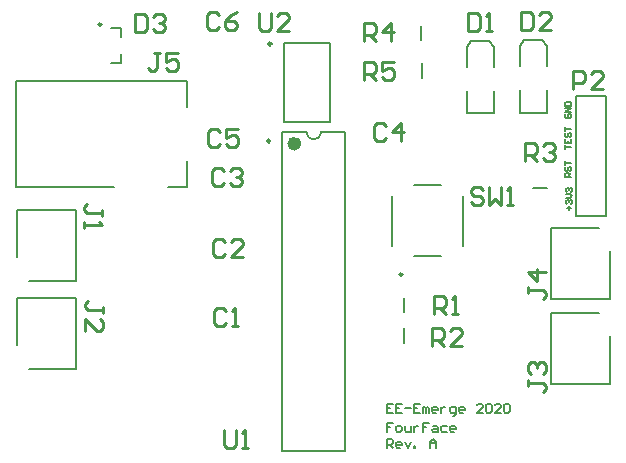
<source format=gto>
G04*
G04 #@! TF.GenerationSoftware,Altium Limited,Altium Designer,19.1.7 (138)*
G04*
G04 Layer_Color=65535*
%FSLAX25Y25*%
%MOIN*%
G70*
G01*
G75*
%ADD10C,0.02362*%
%ADD11C,0.00984*%
%ADD12C,0.00787*%
%ADD13C,0.00700*%
%ADD14C,0.00500*%
%ADD15C,0.01000*%
D10*
X94801Y105008D02*
G03*
X94801Y105008I-1181J0D01*
G01*
D11*
X85608Y105913D02*
G03*
X85608Y105913I-492J0D01*
G01*
X29292Y144787D02*
G03*
X29292Y144787I-492J0D01*
G01*
X129663Y61387D02*
G03*
X129663Y61387I-492J0D01*
G01*
X86018Y138292D02*
G03*
X86018Y138292I-492J0D01*
G01*
D12*
X97616Y108945D02*
G03*
X102616Y108945I2500J0D01*
G01*
X89683Y2646D02*
X110549D01*
X102616Y108945D02*
X110549D01*
X89683D02*
X97616D01*
X110549Y2646D02*
Y108945D01*
X89683Y2646D02*
Y108945D01*
X32442Y143605D02*
X35985D01*
Y140456D02*
Y143605D01*
X32442Y131795D02*
X35985D01*
Y134944D01*
X51673Y90537D02*
X57972D01*
X886D02*
X33563D01*
X57972D02*
Y99198D01*
Y117309D02*
Y125970D01*
X886Y90537D02*
Y125970D01*
X57972D01*
X198966Y53326D02*
Y69074D01*
X179281Y53326D02*
X198966D01*
X179281D02*
Y76948D01*
X195029D01*
X198966Y25026D02*
Y40774D01*
X179281Y25026D02*
X198966D01*
X179281D02*
Y48648D01*
X195029D01*
X1192Y37826D02*
Y53574D01*
X20877D01*
Y29952D02*
Y53574D01*
X5129Y29952D02*
X20877D01*
X1092Y67095D02*
Y82843D01*
X20777D01*
Y59221D02*
Y82843D01*
X5029Y59221D02*
X20777D01*
X149820Y71017D02*
Y87568D01*
X126238Y71017D02*
Y87568D01*
X133584Y91091D02*
X142360D01*
X133584Y67509D02*
X142474D01*
X187629Y120900D02*
X197629D01*
Y80900D02*
Y120900D01*
X187629Y80900D02*
Y120900D01*
Y80900D02*
X197629D01*
X173067Y90400D02*
X177791D01*
X130229Y38733D02*
Y43457D01*
X130186Y48833D02*
Y53557D01*
X135729Y139538D02*
Y144262D01*
X136329Y127038D02*
Y131762D01*
X90152Y112111D02*
X105506D01*
X90152Y138489D02*
X105506D01*
Y112111D02*
Y138489D01*
X90152Y112111D02*
Y138489D01*
X177757Y115393D02*
Y122873D01*
X168702Y115393D02*
Y122873D01*
Y115393D02*
X177757D01*
X170276Y139409D02*
X176182D01*
X177757Y130747D02*
Y137440D01*
X168702D02*
X170276Y139409D01*
X176182D02*
X177757Y137440D01*
X168702Y130747D02*
Y137440D01*
X160157Y115193D02*
Y122673D01*
X151102Y115193D02*
Y122673D01*
Y115193D02*
X160157D01*
X152676Y139209D02*
X158582D01*
X160157Y130547D02*
Y137240D01*
X151102D02*
X152676Y139209D01*
X158582D02*
X160157Y137240D01*
X151102Y130547D02*
Y137240D01*
D13*
X126428Y18256D02*
X124429D01*
Y15257D01*
X126428D01*
X124429Y16757D02*
X125429D01*
X129428Y18256D02*
X127428D01*
Y15257D01*
X129428D01*
X127428Y16757D02*
X128428D01*
X130427D02*
X132427D01*
X135426Y18256D02*
X133426D01*
Y15257D01*
X135426D01*
X133426Y16757D02*
X134426D01*
X136425Y15257D02*
Y17257D01*
X136925D01*
X137425Y16757D01*
Y15257D01*
Y16757D01*
X137925Y17257D01*
X138425Y16757D01*
Y15257D01*
X140924D02*
X139924D01*
X139424Y15757D01*
Y16757D01*
X139924Y17257D01*
X140924D01*
X141424Y16757D01*
Y16257D01*
X139424D01*
X142423Y17257D02*
Y15257D01*
Y16257D01*
X142923Y16757D01*
X143423Y17257D01*
X143923D01*
X146422Y14258D02*
X146922D01*
X147422Y14758D01*
Y17257D01*
X145922D01*
X145422Y16757D01*
Y15757D01*
X145922Y15257D01*
X147422D01*
X149921D02*
X148921D01*
X148421Y15757D01*
Y16757D01*
X148921Y17257D01*
X149921D01*
X150421Y16757D01*
Y16257D01*
X148421D01*
X156419Y15257D02*
X154419D01*
X156419Y17257D01*
Y17757D01*
X155919Y18256D01*
X154919D01*
X154419Y17757D01*
X157419D02*
X157918Y18256D01*
X158918D01*
X159418Y17757D01*
Y15757D01*
X158918Y15257D01*
X157918D01*
X157419Y15757D01*
Y17757D01*
X162417Y15257D02*
X160417D01*
X162417Y17257D01*
Y17757D01*
X161917Y18256D01*
X160917D01*
X160417Y17757D01*
X163417D02*
X163916Y18256D01*
X164916D01*
X165416Y17757D01*
Y15757D01*
X164916Y15257D01*
X163916D01*
X163417Y15757D01*
Y17757D01*
X126428Y11978D02*
X124429D01*
Y10478D01*
X125429D01*
X124429D01*
Y8979D01*
X127928D02*
X128928D01*
X129428Y9479D01*
Y10478D01*
X128928Y10978D01*
X127928D01*
X127428Y10478D01*
Y9479D01*
X127928Y8979D01*
X130427Y10978D02*
Y9479D01*
X130927Y8979D01*
X132427D01*
Y10978D01*
X133426D02*
Y8979D01*
Y9979D01*
X133926Y10478D01*
X134426Y10978D01*
X134926D01*
X138425Y11978D02*
X136425D01*
Y10478D01*
X137425D01*
X136425D01*
Y8979D01*
X139924Y10978D02*
X140924D01*
X141424Y10478D01*
Y8979D01*
X139924D01*
X139424Y9479D01*
X139924Y9979D01*
X141424D01*
X144423Y10978D02*
X142923D01*
X142423Y10478D01*
Y9479D01*
X142923Y8979D01*
X144423D01*
X146922D02*
X145922D01*
X145422Y9479D01*
Y10478D01*
X145922Y10978D01*
X146922D01*
X147422Y10478D01*
Y9979D01*
X145422D01*
X124429Y3700D02*
Y6699D01*
X125929D01*
X126428Y6199D01*
Y5200D01*
X125929Y4700D01*
X124429D01*
X125429D02*
X126428Y3700D01*
X128928D02*
X127928D01*
X127428Y4200D01*
Y5200D01*
X127928Y5699D01*
X128928D01*
X129428Y5200D01*
Y4700D01*
X127428D01*
X130427Y5699D02*
X131427Y3700D01*
X132427Y5699D01*
X133426Y3700D02*
Y4200D01*
X133926D01*
Y3700D01*
X133426D01*
X138924D02*
Y5699D01*
X139924Y6699D01*
X140924Y5699D01*
Y3700D01*
Y5200D01*
X138924D01*
D14*
X184034Y115033D02*
X183701Y114700D01*
Y114033D01*
X184034Y113700D01*
X185367D01*
X185700Y114033D01*
Y114700D01*
X185367Y115033D01*
X184700D01*
Y114366D01*
X185700Y115699D02*
X183701D01*
X185700Y117032D01*
X183701D01*
Y117699D02*
X185700D01*
Y118698D01*
X185367Y119032D01*
X184034D01*
X183701Y118698D01*
Y117699D01*
Y103300D02*
Y104633D01*
Y103966D01*
X185700D01*
X183701Y106632D02*
Y105299D01*
X185700D01*
Y106632D01*
X184700Y105299D02*
Y105966D01*
X184034Y108632D02*
X183701Y108298D01*
Y107632D01*
X184034Y107299D01*
X184367D01*
X184700Y107632D01*
Y108298D01*
X185034Y108632D01*
X185367D01*
X185700Y108298D01*
Y107632D01*
X185367Y107299D01*
X183701Y109298D02*
Y110631D01*
Y109965D01*
X185700D01*
X185800Y94000D02*
X183801D01*
Y95000D01*
X184134Y95333D01*
X184800D01*
X185134Y95000D01*
Y94000D01*
Y94666D02*
X185800Y95333D01*
X184134Y97332D02*
X183801Y96999D01*
Y96333D01*
X184134Y95999D01*
X184467D01*
X184800Y96333D01*
Y96999D01*
X185134Y97332D01*
X185467D01*
X185800Y96999D01*
Y96333D01*
X185467Y95999D01*
X183801Y97999D02*
Y99332D01*
Y98665D01*
X185800D01*
X185100Y82900D02*
Y84233D01*
X184434Y83566D02*
X185767D01*
X184434Y84899D02*
X184101Y85233D01*
Y85899D01*
X184434Y86232D01*
X184767D01*
X185100Y85899D01*
Y85566D01*
Y85899D01*
X185433Y86232D01*
X185767D01*
X186100Y85899D01*
Y85233D01*
X185767Y84899D01*
X184101Y86899D02*
X185433D01*
X186100Y87565D01*
X185433Y88232D01*
X184101D01*
X184434Y88898D02*
X184101Y89231D01*
Y89898D01*
X184434Y90231D01*
X184767D01*
X185100Y89898D01*
Y89565D01*
Y89898D01*
X185433Y90231D01*
X185767D01*
X186100Y89898D01*
Y89231D01*
X185767Y88898D01*
D15*
X40529Y148398D02*
Y142400D01*
X43528D01*
X44528Y143400D01*
Y147398D01*
X43528Y148398D01*
X40529D01*
X46527Y147398D02*
X47527Y148398D01*
X49526D01*
X50526Y147398D01*
Y146399D01*
X49526Y145399D01*
X48526D01*
X49526D01*
X50526Y144399D01*
Y143400D01*
X49526Y142400D01*
X47527D01*
X46527Y143400D01*
X48828Y135152D02*
X46828D01*
X47828D01*
Y130153D01*
X46828Y129154D01*
X45829D01*
X44829Y130153D01*
X54826Y135152D02*
X50827D01*
Y132153D01*
X52826Y133152D01*
X53826D01*
X54826Y132153D01*
Y130153D01*
X53826Y129154D01*
X51827D01*
X50827Y130153D01*
X81979Y148548D02*
Y143550D01*
X82979Y142550D01*
X84978D01*
X85978Y143550D01*
Y148548D01*
X91976Y142550D02*
X87977D01*
X91976Y146549D01*
Y147548D01*
X90976Y148548D01*
X88977D01*
X87977Y147548D01*
X70100Y9598D02*
Y4600D01*
X71100Y3600D01*
X73099D01*
X74099Y4600D01*
Y9598D01*
X76098Y3600D02*
X78097D01*
X77098D01*
Y9598D01*
X76098Y8598D01*
X156628Y89498D02*
X155628Y90498D01*
X153629D01*
X152629Y89498D01*
Y88499D01*
X153629Y87499D01*
X155628D01*
X156628Y86499D01*
Y85500D01*
X155628Y84500D01*
X153629D01*
X152629Y85500D01*
X158627Y90498D02*
Y84500D01*
X160626Y86499D01*
X162626Y84500D01*
Y90498D01*
X164625Y84500D02*
X166625D01*
X165625D01*
Y90498D01*
X164625Y89498D01*
X116772Y126400D02*
Y132398D01*
X119772D01*
X120771Y131398D01*
Y129399D01*
X119772Y128399D01*
X116772D01*
X118772D02*
X120771Y126400D01*
X126769Y132398D02*
X122771D01*
Y129399D01*
X124770Y130399D01*
X125769D01*
X126769Y129399D01*
Y127400D01*
X125769Y126400D01*
X123770D01*
X122771Y127400D01*
X116972Y139300D02*
Y145298D01*
X119972D01*
X120971Y144298D01*
Y142299D01*
X119972Y141299D01*
X116972D01*
X118972D02*
X120971Y139300D01*
X125970D02*
Y145298D01*
X122970Y142299D01*
X126969D01*
X170529Y99300D02*
Y105298D01*
X173528D01*
X174528Y104298D01*
Y102299D01*
X173528Y101299D01*
X170529D01*
X172529D02*
X174528Y99300D01*
X176527Y104298D02*
X177527Y105298D01*
X179526D01*
X180526Y104298D01*
Y103299D01*
X179526Y102299D01*
X178526D01*
X179526D01*
X180526Y101299D01*
Y100300D01*
X179526Y99300D01*
X177527D01*
X176527Y100300D01*
X139386Y37595D02*
Y43593D01*
X142385D01*
X143385Y42594D01*
Y40594D01*
X142385Y39594D01*
X139386D01*
X141385D02*
X143385Y37595D01*
X149383D02*
X145384D01*
X149383Y41594D01*
Y42594D01*
X148383Y43593D01*
X146384D01*
X145384Y42594D01*
X140029Y48295D02*
Y54293D01*
X143028D01*
X144028Y53294D01*
Y51294D01*
X143028Y50294D01*
X140029D01*
X142028D02*
X144028Y48295D01*
X146027D02*
X148027D01*
X147027D01*
Y54293D01*
X146027Y53294D01*
X186529Y123100D02*
Y129098D01*
X189528D01*
X190528Y128098D01*
Y126099D01*
X189528Y125099D01*
X186529D01*
X196526Y123100D02*
X192527D01*
X196526Y127099D01*
Y128098D01*
X195526Y129098D01*
X193527D01*
X192527Y128098D01*
X171531Y57399D02*
Y55399D01*
Y56399D01*
X176529D01*
X177529Y55399D01*
Y54400D01*
X176529Y53400D01*
X177529Y62397D02*
X171531D01*
X174530Y59398D01*
Y63397D01*
X171531Y26199D02*
Y24199D01*
Y25199D01*
X176529D01*
X177529Y24199D01*
Y23200D01*
X176529Y22200D01*
X172531Y28198D02*
X171531Y29198D01*
Y31197D01*
X172531Y32197D01*
X173530D01*
X174530Y31197D01*
Y30197D01*
Y31197D01*
X175530Y32197D01*
X176529D01*
X177529Y31197D01*
Y29198D01*
X176529Y28198D01*
X29827Y48521D02*
Y50520D01*
Y49520D01*
X24829D01*
X23829Y50520D01*
Y51520D01*
X24829Y52519D01*
X23829Y42522D02*
Y46521D01*
X27828Y42522D01*
X28828D01*
X29827Y43522D01*
Y45522D01*
X28828Y46521D01*
X29627Y80801D02*
Y82801D01*
Y81801D01*
X24629D01*
X23629Y82801D01*
Y83800D01*
X24629Y84800D01*
X23629Y78802D02*
Y76803D01*
Y77802D01*
X29627D01*
X28627Y78802D01*
X169279Y148758D02*
Y142760D01*
X172278D01*
X173278Y143760D01*
Y147759D01*
X172278Y148758D01*
X169279D01*
X179276Y142760D02*
X175277D01*
X179276Y146759D01*
Y147759D01*
X178276Y148758D01*
X176277D01*
X175277Y147759D01*
X151679Y148558D02*
Y142560D01*
X154678D01*
X155678Y143560D01*
Y147559D01*
X154678Y148558D01*
X151679D01*
X157677Y142560D02*
X159677D01*
X158677D01*
Y148558D01*
X157677Y147559D01*
X68528Y147898D02*
X67528Y148898D01*
X65529D01*
X64529Y147898D01*
Y143900D01*
X65529Y142900D01*
X67528D01*
X68528Y143900D01*
X74526Y148898D02*
X72527Y147898D01*
X70527Y145899D01*
Y143900D01*
X71527Y142900D01*
X73526D01*
X74526Y143900D01*
Y144899D01*
X73526Y145899D01*
X70527D01*
X68828Y108798D02*
X67828Y109798D01*
X65829D01*
X64829Y108798D01*
Y104800D01*
X65829Y103800D01*
X67828D01*
X68828Y104800D01*
X74826Y109798D02*
X70827D01*
Y106799D01*
X72826Y107799D01*
X73826D01*
X74826Y106799D01*
Y104800D01*
X73826Y103800D01*
X71827D01*
X70827Y104800D01*
X124228Y110998D02*
X123228Y111998D01*
X121229D01*
X120229Y110998D01*
Y107000D01*
X121229Y106000D01*
X123228D01*
X124228Y107000D01*
X129226Y106000D02*
Y111998D01*
X126227Y108999D01*
X130226D01*
X70328Y95941D02*
X69328Y96940D01*
X67329D01*
X66329Y95941D01*
Y91942D01*
X67329Y90942D01*
X69328D01*
X70328Y91942D01*
X72327Y95941D02*
X73327Y96940D01*
X75326D01*
X76326Y95941D01*
Y94941D01*
X75326Y93941D01*
X74326D01*
X75326D01*
X76326Y92942D01*
Y91942D01*
X75326Y90942D01*
X73327D01*
X72327Y91942D01*
X70528Y72341D02*
X69528Y73340D01*
X67529D01*
X66529Y72341D01*
Y68342D01*
X67529Y67342D01*
X69528D01*
X70528Y68342D01*
X76526Y67342D02*
X72527D01*
X76526Y71341D01*
Y72341D01*
X75526Y73340D01*
X73527D01*
X72527Y72341D01*
X70775Y49141D02*
X69775Y50140D01*
X67776D01*
X66776Y49141D01*
Y45142D01*
X67776Y44142D01*
X69775D01*
X70775Y45142D01*
X72774Y44142D02*
X74774D01*
X73774D01*
Y50140D01*
X72774Y49141D01*
M02*

</source>
